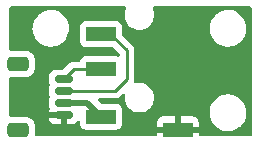
<source format=gbr>
%TF.GenerationSoftware,KiCad,Pcbnew,(6.0.5-0)*%
%TF.CreationDate,2022-07-05T23:04:03-07:00*%
%TF.ProjectId,trrs,74727273-2e6b-4696-9361-645f70636258,rev?*%
%TF.SameCoordinates,Original*%
%TF.FileFunction,Copper,L2,Bot*%
%TF.FilePolarity,Positive*%
%FSLAX46Y46*%
G04 Gerber Fmt 4.6, Leading zero omitted, Abs format (unit mm)*
G04 Created by KiCad (PCBNEW (6.0.5-0)) date 2022-07-05 23:04:03*
%MOMM*%
%LPD*%
G01*
G04 APERTURE LIST*
G04 Aperture macros list*
%AMRoundRect*
0 Rectangle with rounded corners*
0 $1 Rounding radius*
0 $2 $3 $4 $5 $6 $7 $8 $9 X,Y pos of 4 corners*
0 Add a 4 corners polygon primitive as box body*
4,1,4,$2,$3,$4,$5,$6,$7,$8,$9,$2,$3,0*
0 Add four circle primitives for the rounded corners*
1,1,$1+$1,$2,$3*
1,1,$1+$1,$4,$5*
1,1,$1+$1,$6,$7*
1,1,$1+$1,$8,$9*
0 Add four rect primitives between the rounded corners*
20,1,$1+$1,$2,$3,$4,$5,0*
20,1,$1+$1,$4,$5,$6,$7,0*
20,1,$1+$1,$6,$7,$8,$9,0*
20,1,$1+$1,$8,$9,$2,$3,0*%
G04 Aperture macros list end*
%TA.AperFunction,SMDPad,CuDef*%
%ADD10R,2.500000X1.200000*%
%TD*%
%TA.AperFunction,SMDPad,CuDef*%
%ADD11RoundRect,0.150000X0.625000X-0.150000X0.625000X0.150000X-0.625000X0.150000X-0.625000X-0.150000X0*%
%TD*%
%TA.AperFunction,SMDPad,CuDef*%
%ADD12RoundRect,0.250000X0.650000X-0.350000X0.650000X0.350000X-0.650000X0.350000X-0.650000X-0.350000X0*%
%TD*%
%TA.AperFunction,ViaPad*%
%ADD13C,0.600000*%
%TD*%
%TA.AperFunction,Conductor*%
%ADD14C,0.250000*%
%TD*%
%TA.AperFunction,Conductor*%
%ADD15C,0.550000*%
%TD*%
G04 APERTURE END LIST*
D10*
%TO.P,J6,R1*%
%TO.N,SCL_B*%
X96750000Y-49825000D03*
%TO.P,J6,R2*%
%TO.N,SDA_B*%
X96750000Y-46825000D03*
%TO.P,J6,S*%
%TO.N,GND2*%
X103250000Y-54925000D03*
%TO.P,J6,T*%
%TO.N,VBUS_TRRS_B*%
X96750000Y-53825000D03*
%TD*%
D11*
%TO.P,J8,1,Pin_1*%
%TO.N,GND2*%
X93607000Y-53670000D03*
%TO.P,J8,2,Pin_2*%
%TO.N,VBUS_TRRS_B*%
X93607000Y-52670000D03*
%TO.P,J8,3,Pin_3*%
%TO.N,SDA_B*%
X93607000Y-51670000D03*
%TO.P,J8,4,Pin_4*%
%TO.N,SCL_B*%
X93607000Y-50670000D03*
D12*
%TO.P,J8,MP*%
%TO.N,N/C*%
X89732000Y-49370000D03*
X89732000Y-54970000D03*
%TD*%
D13*
%TO.N,GND2*%
X89494000Y-46546000D03*
X104133000Y-51962000D03*
X96073000Y-45234000D03*
X99542420Y-47159507D03*
%TD*%
D14*
%TO.N,GND2*%
X103250000Y-54925000D02*
X103250000Y-52845000D01*
X103250000Y-52845000D02*
X104133000Y-51962000D01*
%TO.N,SDA_B*%
X97900000Y-51670000D02*
X98949000Y-50621000D01*
X93607000Y-51670000D02*
X97900000Y-51670000D01*
X98949000Y-50621000D02*
X98949000Y-48232000D01*
X98949000Y-48232000D02*
X97542000Y-46825000D01*
%TO.N,SCL_B*%
X93607000Y-50670000D02*
X94452000Y-49825000D01*
X94452000Y-49825000D02*
X96750000Y-49825000D01*
D15*
%TO.N,VBUS_TRRS_B*%
X93607000Y-52670000D02*
X95595000Y-52670000D01*
X95595000Y-52670000D02*
X96750000Y-53825000D01*
%TD*%
%TA.AperFunction,Conductor*%
%TO.N,GND2*%
G36*
X98827471Y-44520502D02*
G01*
X98873964Y-44574158D01*
X98884068Y-44644432D01*
X98874726Y-44677139D01*
X98810026Y-44824529D01*
X98808718Y-44829977D01*
X98808716Y-44829983D01*
X98774748Y-44971471D01*
X98757915Y-45041585D01*
X98757592Y-45047190D01*
X98748915Y-45197688D01*
X98745066Y-45264438D01*
X98771883Y-45486044D01*
X98837519Y-45699400D01*
X98939901Y-45897759D01*
X98943310Y-45902201D01*
X98943312Y-45902205D01*
X99072380Y-46070410D01*
X99075790Y-46074854D01*
X99240893Y-46225086D01*
X99429990Y-46343707D01*
X99637105Y-46426966D01*
X99642593Y-46428103D01*
X99642598Y-46428104D01*
X99792896Y-46459229D01*
X99855690Y-46472233D01*
X99860303Y-46472499D01*
X99910526Y-46475395D01*
X99910530Y-46475395D01*
X99912349Y-46475500D01*
X100056630Y-46475500D01*
X100059417Y-46475251D01*
X100059423Y-46475251D01*
X100128997Y-46469041D01*
X100222339Y-46460711D01*
X100227753Y-46459230D01*
X100227758Y-46459229D01*
X100355104Y-46424390D01*
X100428586Y-46404288D01*
X105945404Y-46404288D01*
X105945985Y-46409308D01*
X105945985Y-46409312D01*
X105953631Y-46475395D01*
X105974081Y-46652140D01*
X106042017Y-46892219D01*
X106147462Y-47118348D01*
X106287706Y-47324710D01*
X106459138Y-47505994D01*
X106657349Y-47657538D01*
X106877239Y-47775443D01*
X107113152Y-47856674D01*
X107241099Y-47878774D01*
X107355107Y-47898467D01*
X107355113Y-47898468D01*
X107359017Y-47899142D01*
X107362978Y-47899322D01*
X107362979Y-47899322D01*
X107387503Y-47900436D01*
X107387522Y-47900436D01*
X107388922Y-47900500D01*
X107562691Y-47900500D01*
X107565199Y-47900298D01*
X107565204Y-47900298D01*
X107743661Y-47885940D01*
X107743666Y-47885939D01*
X107748702Y-47885534D01*
X107753610Y-47884329D01*
X107753613Y-47884328D01*
X107986092Y-47827225D01*
X107991006Y-47826018D01*
X107995658Y-47824043D01*
X107995662Y-47824042D01*
X108216022Y-47730505D01*
X108216023Y-47730505D01*
X108220677Y-47728529D01*
X108431808Y-47595573D01*
X108502125Y-47533580D01*
X108615168Y-47433920D01*
X108615171Y-47433917D01*
X108618965Y-47430572D01*
X108777334Y-47237770D01*
X108902840Y-47022128D01*
X108992255Y-46789195D01*
X109043278Y-46544961D01*
X109046444Y-46475251D01*
X109049895Y-46399234D01*
X109054596Y-46295712D01*
X109046770Y-46228068D01*
X109026501Y-46052890D01*
X109025919Y-46047860D01*
X108957983Y-45807781D01*
X108895366Y-45673498D01*
X108854675Y-45586234D01*
X108854673Y-45586230D01*
X108852538Y-45581652D01*
X108712294Y-45375290D01*
X108540862Y-45194006D01*
X108342651Y-45042462D01*
X108122761Y-44924557D01*
X107886848Y-44843326D01*
X107748319Y-44819398D01*
X107644893Y-44801533D01*
X107644887Y-44801532D01*
X107640983Y-44800858D01*
X107637022Y-44800678D01*
X107637021Y-44800678D01*
X107612497Y-44799564D01*
X107612478Y-44799564D01*
X107611078Y-44799500D01*
X107437309Y-44799500D01*
X107434801Y-44799702D01*
X107434796Y-44799702D01*
X107256339Y-44814060D01*
X107256334Y-44814061D01*
X107251298Y-44814466D01*
X107246390Y-44815671D01*
X107246387Y-44815672D01*
X107016392Y-44872165D01*
X107008994Y-44873982D01*
X107004342Y-44875957D01*
X107004338Y-44875958D01*
X106809659Y-44958594D01*
X106779323Y-44971471D01*
X106568192Y-45104427D01*
X106564398Y-45107772D01*
X106384832Y-45266080D01*
X106384829Y-45266083D01*
X106381035Y-45269428D01*
X106222666Y-45462230D01*
X106097160Y-45677872D01*
X106095347Y-45682595D01*
X106095346Y-45682597D01*
X106058600Y-45778324D01*
X106007745Y-45910805D01*
X106006712Y-45915751D01*
X106006710Y-45915757D01*
X105980131Y-46042986D01*
X105956722Y-46155039D01*
X105956493Y-46160088D01*
X105956492Y-46160094D01*
X105953541Y-46225086D01*
X105945404Y-46404288D01*
X100428586Y-46404288D01*
X100437651Y-46401808D01*
X100442709Y-46399396D01*
X100442713Y-46399394D01*
X100559462Y-46343707D01*
X100639129Y-46305708D01*
X100820405Y-46175448D01*
X100922194Y-46070410D01*
X100971846Y-46019174D01*
X100971848Y-46019171D01*
X100975749Y-46015146D01*
X101100250Y-45829868D01*
X101121494Y-45781474D01*
X101146503Y-45724500D01*
X101189974Y-45625471D01*
X101191282Y-45620023D01*
X101191284Y-45620017D01*
X101240775Y-45413872D01*
X101240775Y-45413871D01*
X101242085Y-45408415D01*
X101254934Y-45185562D01*
X101228117Y-44963956D01*
X101162481Y-44750600D01*
X101128254Y-44684288D01*
X101114785Y-44614584D01*
X101141139Y-44548660D01*
X101198952Y-44507450D01*
X101240220Y-44500500D01*
X109373500Y-44500500D01*
X109441621Y-44520502D01*
X109488114Y-44574158D01*
X109499500Y-44626500D01*
X109499500Y-55373500D01*
X109479498Y-55441621D01*
X109425842Y-55488114D01*
X109373500Y-55499500D01*
X105134000Y-55499500D01*
X105065879Y-55479498D01*
X105019386Y-55425842D01*
X105008000Y-55373500D01*
X105008000Y-55197115D01*
X105003525Y-55181876D01*
X105002135Y-55180671D01*
X104994452Y-55179000D01*
X101510116Y-55179000D01*
X101494877Y-55183475D01*
X101493672Y-55184865D01*
X101492001Y-55192548D01*
X101492001Y-55373500D01*
X101471999Y-55441621D01*
X101418343Y-55488114D01*
X101366001Y-55499500D01*
X91258314Y-55499500D01*
X91190193Y-55479498D01*
X91143700Y-55425842D01*
X91133015Y-55369866D01*
X91132500Y-55369866D01*
X91132500Y-54570134D01*
X91129475Y-54540981D01*
X91122353Y-54472339D01*
X91122352Y-54472335D01*
X91121641Y-54465481D01*
X91094257Y-54383399D01*
X91068574Y-54306419D01*
X91066256Y-54299471D01*
X90974166Y-54150655D01*
X90850311Y-54027016D01*
X90702445Y-53935871D01*
X92330456Y-53935871D01*
X92371107Y-54075790D01*
X92377352Y-54090221D01*
X92453911Y-54219678D01*
X92463551Y-54232104D01*
X92569896Y-54338449D01*
X92582322Y-54348089D01*
X92711779Y-54424648D01*
X92726210Y-54430893D01*
X92872065Y-54473269D01*
X92884667Y-54475570D01*
X92913084Y-54477807D01*
X92918014Y-54478000D01*
X93334885Y-54478000D01*
X93350124Y-54473525D01*
X93351329Y-54472135D01*
X93353000Y-54464452D01*
X93353000Y-53942115D01*
X93348525Y-53926876D01*
X93347135Y-53925671D01*
X93339452Y-53924000D01*
X92345122Y-53924000D01*
X92331591Y-53927973D01*
X92330456Y-53935871D01*
X90702445Y-53935871D01*
X90701334Y-53935186D01*
X90667610Y-53924000D01*
X90541759Y-53882256D01*
X90541757Y-53882255D01*
X90535228Y-53880090D01*
X90431866Y-53869500D01*
X89126500Y-53869500D01*
X89058379Y-53849498D01*
X89011886Y-53795842D01*
X89000500Y-53743500D01*
X89000500Y-52885694D01*
X92331500Y-52885694D01*
X92331692Y-52888140D01*
X92331693Y-52888153D01*
X92332057Y-52892774D01*
X92334402Y-52922569D01*
X92336199Y-52928754D01*
X92374564Y-53060805D01*
X92380256Y-53080398D01*
X92384291Y-53087221D01*
X92384292Y-53087223D01*
X92390959Y-53098497D01*
X92408417Y-53167314D01*
X92390958Y-53226773D01*
X92377350Y-53249784D01*
X92371108Y-53264207D01*
X92332061Y-53398605D01*
X92332101Y-53412706D01*
X92339370Y-53416000D01*
X92684737Y-53416000D01*
X92721083Y-53423529D01*
X92721602Y-53421744D01*
X92879431Y-53467598D01*
X92892584Y-53468633D01*
X92913847Y-53470307D01*
X92913860Y-53470308D01*
X92916306Y-53470500D01*
X93735000Y-53470500D01*
X93803121Y-53490502D01*
X93849614Y-53544158D01*
X93861000Y-53596500D01*
X93861000Y-54459884D01*
X93865475Y-54475123D01*
X93866865Y-54476328D01*
X93874548Y-54477999D01*
X94295984Y-54477999D01*
X94300920Y-54477805D01*
X94329336Y-54475570D01*
X94341931Y-54473270D01*
X94487790Y-54430893D01*
X94502221Y-54424648D01*
X94631678Y-54348089D01*
X94644104Y-54338449D01*
X94750449Y-54232104D01*
X94760093Y-54219672D01*
X94765049Y-54211292D01*
X94816942Y-54162840D01*
X94886793Y-54150136D01*
X94952424Y-54177213D01*
X94992997Y-54235474D01*
X94999501Y-54275432D01*
X94999501Y-54472376D01*
X94999870Y-54475770D01*
X94999870Y-54475776D01*
X95000155Y-54478394D01*
X95006149Y-54533580D01*
X95056474Y-54667824D01*
X95061854Y-54675003D01*
X95061856Y-54675006D01*
X95137072Y-54775365D01*
X95142454Y-54782546D01*
X95149635Y-54787928D01*
X95249994Y-54863144D01*
X95249997Y-54863146D01*
X95257176Y-54868526D01*
X95346561Y-54902034D01*
X95384025Y-54916079D01*
X95384027Y-54916079D01*
X95391420Y-54918851D01*
X95399270Y-54919704D01*
X95399271Y-54919704D01*
X95430080Y-54923051D01*
X95452623Y-54925500D01*
X96749810Y-54925500D01*
X98047376Y-54925499D01*
X98050770Y-54925130D01*
X98050776Y-54925130D01*
X98100722Y-54919705D01*
X98100726Y-54919704D01*
X98108580Y-54918851D01*
X98242824Y-54868526D01*
X98250003Y-54863146D01*
X98250006Y-54863144D01*
X98350365Y-54787928D01*
X98357546Y-54782546D01*
X98362928Y-54775365D01*
X98438144Y-54675006D01*
X98438146Y-54675003D01*
X98443526Y-54667824D01*
X98449126Y-54652885D01*
X101492000Y-54652885D01*
X101496475Y-54668124D01*
X101497865Y-54669329D01*
X101505548Y-54671000D01*
X102977885Y-54671000D01*
X102993124Y-54666525D01*
X102994329Y-54665135D01*
X102996000Y-54657452D01*
X102996000Y-54652885D01*
X103504000Y-54652885D01*
X103508475Y-54668124D01*
X103509865Y-54669329D01*
X103517548Y-54671000D01*
X104989884Y-54671000D01*
X105005123Y-54666525D01*
X105006328Y-54665135D01*
X105007999Y-54657452D01*
X105007999Y-54280331D01*
X105007629Y-54273510D01*
X105002105Y-54222648D01*
X104998479Y-54207396D01*
X104953324Y-54086946D01*
X104944786Y-54071351D01*
X104868285Y-53969276D01*
X104855724Y-53956715D01*
X104753649Y-53880214D01*
X104738054Y-53871676D01*
X104617606Y-53826522D01*
X104602351Y-53822895D01*
X104551486Y-53817369D01*
X104544672Y-53817000D01*
X103522115Y-53817000D01*
X103506876Y-53821475D01*
X103505671Y-53822865D01*
X103504000Y-53830548D01*
X103504000Y-54652885D01*
X102996000Y-54652885D01*
X102996000Y-53835116D01*
X102991525Y-53819877D01*
X102990135Y-53818672D01*
X102982452Y-53817001D01*
X101955331Y-53817001D01*
X101948510Y-53817371D01*
X101897648Y-53822895D01*
X101882396Y-53826521D01*
X101761946Y-53871676D01*
X101746351Y-53880214D01*
X101644276Y-53956715D01*
X101631715Y-53969276D01*
X101555214Y-54071351D01*
X101546676Y-54086946D01*
X101501522Y-54207394D01*
X101497895Y-54222649D01*
X101492369Y-54273514D01*
X101492000Y-54280328D01*
X101492000Y-54652885D01*
X98449126Y-54652885D01*
X98493851Y-54533580D01*
X98500500Y-54472377D01*
X98500499Y-53554288D01*
X105945404Y-53554288D01*
X105974081Y-53802140D01*
X105975460Y-53807011D01*
X105975460Y-53807014D01*
X105979954Y-53822895D01*
X106042017Y-54042219D01*
X106064401Y-54090221D01*
X106132133Y-54235474D01*
X106147462Y-54268348D01*
X106287706Y-54474710D01*
X106459138Y-54655994D01*
X106463164Y-54659072D01*
X106463165Y-54659073D01*
X106624661Y-54782546D01*
X106657349Y-54807538D01*
X106877239Y-54925443D01*
X107113152Y-55006674D01*
X107241099Y-55028774D01*
X107355107Y-55048467D01*
X107355113Y-55048468D01*
X107359017Y-55049142D01*
X107362978Y-55049322D01*
X107362979Y-55049322D01*
X107387503Y-55050436D01*
X107387522Y-55050436D01*
X107388922Y-55050500D01*
X107562691Y-55050500D01*
X107565199Y-55050298D01*
X107565204Y-55050298D01*
X107743661Y-55035940D01*
X107743666Y-55035939D01*
X107748702Y-55035534D01*
X107753610Y-55034329D01*
X107753613Y-55034328D01*
X107986092Y-54977225D01*
X107991006Y-54976018D01*
X107995658Y-54974043D01*
X107995662Y-54974042D01*
X108216022Y-54880505D01*
X108216023Y-54880505D01*
X108220677Y-54878529D01*
X108431808Y-54745573D01*
X108519997Y-54667824D01*
X108615168Y-54583920D01*
X108615171Y-54583917D01*
X108618965Y-54580572D01*
X108630209Y-54566884D01*
X108703377Y-54477807D01*
X108777334Y-54387770D01*
X108902840Y-54172128D01*
X108906406Y-54162840D01*
X108990443Y-53943915D01*
X108992255Y-53939195D01*
X108993575Y-53932881D01*
X109042243Y-53699915D01*
X109043278Y-53694961D01*
X109054596Y-53445712D01*
X109052030Y-53423529D01*
X109026501Y-53202890D01*
X109025919Y-53197860D01*
X108957983Y-52957781D01*
X108875770Y-52781474D01*
X108854675Y-52736234D01*
X108854673Y-52736230D01*
X108852538Y-52731652D01*
X108847678Y-52724500D01*
X108715142Y-52529481D01*
X108712294Y-52525290D01*
X108596470Y-52402810D01*
X108544344Y-52347688D01*
X108544343Y-52347687D01*
X108540862Y-52344006D01*
X108479936Y-52297424D01*
X108346677Y-52195540D01*
X108346676Y-52195539D01*
X108342651Y-52192462D01*
X108122761Y-52074557D01*
X107886848Y-51993326D01*
X107758901Y-51971226D01*
X107644893Y-51951533D01*
X107644887Y-51951532D01*
X107640983Y-51950858D01*
X107637022Y-51950678D01*
X107637021Y-51950678D01*
X107612497Y-51949564D01*
X107612478Y-51949564D01*
X107611078Y-51949500D01*
X107437309Y-51949500D01*
X107434801Y-51949702D01*
X107434796Y-51949702D01*
X107256339Y-51964060D01*
X107256334Y-51964061D01*
X107251298Y-51964466D01*
X107246390Y-51965671D01*
X107246387Y-51965672D01*
X107016546Y-52022127D01*
X107008994Y-52023982D01*
X107004342Y-52025957D01*
X107004338Y-52025958D01*
X106816100Y-52105860D01*
X106779323Y-52121471D01*
X106568192Y-52254427D01*
X106564398Y-52257772D01*
X106384832Y-52416080D01*
X106384829Y-52416083D01*
X106381035Y-52419428D01*
X106222666Y-52612230D01*
X106097160Y-52827872D01*
X106095347Y-52832595D01*
X106095346Y-52832597D01*
X106084032Y-52862072D01*
X106007745Y-53060805D01*
X106006712Y-53065751D01*
X106006710Y-53065757D01*
X105972802Y-53228068D01*
X105956722Y-53305039D01*
X105956493Y-53310088D01*
X105956492Y-53310094D01*
X105954966Y-53343707D01*
X105945404Y-53554288D01*
X98500499Y-53554288D01*
X98500499Y-53177624D01*
X98493851Y-53116420D01*
X98443526Y-52982176D01*
X98438146Y-52974997D01*
X98438144Y-52974994D01*
X98362928Y-52874635D01*
X98357546Y-52867454D01*
X98311037Y-52832597D01*
X98250006Y-52786856D01*
X98250003Y-52786854D01*
X98242824Y-52781474D01*
X98153439Y-52747966D01*
X98115975Y-52733921D01*
X98115973Y-52733921D01*
X98108580Y-52731149D01*
X98100730Y-52730296D01*
X98100729Y-52730296D01*
X98050774Y-52724869D01*
X98050773Y-52724869D01*
X98047377Y-52724500D01*
X97967422Y-52724500D01*
X96798413Y-52724501D01*
X96730292Y-52704499D01*
X96709318Y-52687596D01*
X96532317Y-52510595D01*
X96498291Y-52448283D01*
X96503356Y-52377468D01*
X96545903Y-52320632D01*
X96612423Y-52295821D01*
X96621412Y-52295500D01*
X97822297Y-52295500D01*
X97833257Y-52296017D01*
X97840667Y-52297673D01*
X97848593Y-52297424D01*
X97848594Y-52297424D01*
X97907841Y-52295562D01*
X97911799Y-52295500D01*
X97939350Y-52295500D01*
X97943273Y-52295004D01*
X97943388Y-52294997D01*
X97955068Y-52294077D01*
X97998627Y-52292709D01*
X98017716Y-52287163D01*
X98037062Y-52283156D01*
X98056792Y-52280664D01*
X98097323Y-52264616D01*
X98108524Y-52260781D01*
X98150390Y-52248618D01*
X98167499Y-52238500D01*
X98185245Y-52229805D01*
X98203732Y-52222486D01*
X98238991Y-52196869D01*
X98248910Y-52190354D01*
X98279590Y-52172210D01*
X98279594Y-52172207D01*
X98286420Y-52168170D01*
X98300470Y-52154120D01*
X98315504Y-52141279D01*
X98325173Y-52134254D01*
X98331587Y-52129594D01*
X98359365Y-52096016D01*
X98367355Y-52087236D01*
X98550972Y-51903619D01*
X98613284Y-51869593D01*
X98684099Y-51874658D01*
X98740935Y-51917205D01*
X98765746Y-51983725D01*
X98762586Y-52022127D01*
X98760041Y-52032729D01*
X98757915Y-52041585D01*
X98757592Y-52047190D01*
X98745799Y-52251731D01*
X98745066Y-52264438D01*
X98771883Y-52486044D01*
X98837519Y-52699400D01*
X98939901Y-52897759D01*
X98943310Y-52902201D01*
X98943312Y-52902205D01*
X99029975Y-53015146D01*
X99075790Y-53074854D01*
X99240893Y-53225086D01*
X99429990Y-53343707D01*
X99566554Y-53398605D01*
X99624115Y-53421744D01*
X99637105Y-53426966D01*
X99642593Y-53428103D01*
X99642598Y-53428104D01*
X99752030Y-53450766D01*
X99855690Y-53472233D01*
X99860303Y-53472499D01*
X99910526Y-53475395D01*
X99910530Y-53475395D01*
X99912349Y-53475500D01*
X100056630Y-53475500D01*
X100059417Y-53475251D01*
X100059423Y-53475251D01*
X100128997Y-53469041D01*
X100222339Y-53460711D01*
X100227753Y-53459230D01*
X100227758Y-53459229D01*
X100358253Y-53423529D01*
X100437651Y-53401808D01*
X100442709Y-53399396D01*
X100442713Y-53399394D01*
X100559462Y-53343707D01*
X100639129Y-53305708D01*
X100820405Y-53175448D01*
X100922194Y-53070410D01*
X100971846Y-53019174D01*
X100971848Y-53019171D01*
X100975749Y-53015146D01*
X101100250Y-52829868D01*
X101121494Y-52781474D01*
X101155283Y-52704499D01*
X101189974Y-52625471D01*
X101191282Y-52620023D01*
X101191284Y-52620017D01*
X101240775Y-52413872D01*
X101240775Y-52413871D01*
X101242085Y-52408415D01*
X101249076Y-52287164D01*
X101254611Y-52191169D01*
X101254611Y-52191166D01*
X101254934Y-52185562D01*
X101228117Y-51963956D01*
X101162481Y-51750600D01*
X101060099Y-51552241D01*
X101056690Y-51547799D01*
X101056688Y-51547795D01*
X100927620Y-51379590D01*
X100924210Y-51375146D01*
X100759107Y-51224914D01*
X100570010Y-51106293D01*
X100393833Y-51035471D01*
X100368097Y-51025125D01*
X100368095Y-51025124D01*
X100362895Y-51023034D01*
X100357407Y-51021897D01*
X100357402Y-51021896D01*
X100192845Y-50987818D01*
X100144310Y-50977767D01*
X100139697Y-50977501D01*
X100089474Y-50974605D01*
X100089470Y-50974605D01*
X100087651Y-50974500D01*
X99943370Y-50974500D01*
X99940583Y-50974749D01*
X99940577Y-50974749D01*
X99871003Y-50980959D01*
X99777661Y-50989289D01*
X99687300Y-51014009D01*
X99616316Y-51012691D01*
X99557312Y-50973206D01*
X99529023Y-50908088D01*
X99535984Y-50853294D01*
X99535197Y-50853092D01*
X99540141Y-50833836D01*
X99546540Y-50815147D01*
X99554438Y-50796896D01*
X99561257Y-50753841D01*
X99563660Y-50742237D01*
X99574500Y-50700019D01*
X99574500Y-50680144D01*
X99576051Y-50660434D01*
X99577920Y-50648633D01*
X99579160Y-50640804D01*
X99575059Y-50597420D01*
X99574500Y-50585563D01*
X99574500Y-48309698D01*
X99575017Y-48298737D01*
X99576672Y-48291332D01*
X99574562Y-48224176D01*
X99574500Y-48220219D01*
X99574500Y-48192650D01*
X99574003Y-48188715D01*
X99573996Y-48188605D01*
X99573078Y-48176934D01*
X99571958Y-48141296D01*
X99571709Y-48133372D01*
X99569497Y-48125759D01*
X99569496Y-48125752D01*
X99566164Y-48114282D01*
X99562155Y-48094926D01*
X99560657Y-48083071D01*
X99559664Y-48075208D01*
X99556747Y-48067842D01*
X99556746Y-48067836D01*
X99543619Y-48034683D01*
X99539773Y-48023450D01*
X99529829Y-47989220D01*
X99529826Y-47989213D01*
X99527617Y-47981610D01*
X99523586Y-47974794D01*
X99523585Y-47974791D01*
X99517501Y-47964504D01*
X99508805Y-47946752D01*
X99504406Y-47935643D01*
X99501486Y-47928268D01*
X99496825Y-47921853D01*
X99496823Y-47921849D01*
X99475873Y-47893013D01*
X99469357Y-47883094D01*
X99451206Y-47852402D01*
X99451202Y-47852397D01*
X99447170Y-47845579D01*
X99433117Y-47831526D01*
X99420276Y-47816492D01*
X99413254Y-47806827D01*
X99408594Y-47800413D01*
X99375016Y-47772635D01*
X99366236Y-47764645D01*
X98537405Y-46935814D01*
X98503379Y-46873502D01*
X98500500Y-46846719D01*
X98500499Y-46181042D01*
X98500499Y-46177624D01*
X98493851Y-46116420D01*
X98443526Y-45982176D01*
X98438146Y-45974997D01*
X98438144Y-45974994D01*
X98362928Y-45874635D01*
X98357546Y-45867454D01*
X98313615Y-45834529D01*
X98250006Y-45786856D01*
X98250003Y-45786854D01*
X98242824Y-45781474D01*
X98153439Y-45747966D01*
X98115975Y-45733921D01*
X98115973Y-45733921D01*
X98108580Y-45731149D01*
X98100730Y-45730296D01*
X98100729Y-45730296D01*
X98050774Y-45724869D01*
X98050773Y-45724869D01*
X98047377Y-45724500D01*
X96750190Y-45724500D01*
X95452624Y-45724501D01*
X95449230Y-45724870D01*
X95449224Y-45724870D01*
X95399278Y-45730295D01*
X95399274Y-45730296D01*
X95391420Y-45731149D01*
X95257176Y-45781474D01*
X95249997Y-45786854D01*
X95249994Y-45786856D01*
X95186385Y-45834529D01*
X95142454Y-45867454D01*
X95137072Y-45874635D01*
X95061856Y-45974994D01*
X95061854Y-45974997D01*
X95056474Y-45982176D01*
X95006149Y-46116420D01*
X94999500Y-46177623D01*
X94999501Y-47472376D01*
X94999870Y-47475770D01*
X94999870Y-47475776D01*
X95003153Y-47505994D01*
X95006149Y-47533580D01*
X95056474Y-47667824D01*
X95061854Y-47675003D01*
X95061856Y-47675006D01*
X95099948Y-47725831D01*
X95142454Y-47782546D01*
X95149635Y-47787928D01*
X95249994Y-47863144D01*
X95249997Y-47863146D01*
X95257176Y-47868526D01*
X95339326Y-47899322D01*
X95384025Y-47916079D01*
X95384027Y-47916079D01*
X95391420Y-47918851D01*
X95399270Y-47919704D01*
X95399271Y-47919704D01*
X95419016Y-47921849D01*
X95452623Y-47925500D01*
X95594278Y-47925500D01*
X97705718Y-47925499D01*
X97773839Y-47945501D01*
X97794814Y-47962404D01*
X98286596Y-48454187D01*
X98320621Y-48516499D01*
X98323500Y-48543282D01*
X98323500Y-48629921D01*
X98303498Y-48698042D01*
X98249842Y-48744535D01*
X98179568Y-48754639D01*
X98153276Y-48747905D01*
X98120060Y-48735453D01*
X98115972Y-48733920D01*
X98115971Y-48733920D01*
X98108580Y-48731149D01*
X98100730Y-48730296D01*
X98100729Y-48730296D01*
X98050774Y-48724869D01*
X98050773Y-48724869D01*
X98047377Y-48724500D01*
X96750190Y-48724500D01*
X95452624Y-48724501D01*
X95449230Y-48724870D01*
X95449224Y-48724870D01*
X95399278Y-48730295D01*
X95399274Y-48730296D01*
X95391420Y-48731149D01*
X95257176Y-48781474D01*
X95249997Y-48786854D01*
X95249994Y-48786856D01*
X95153810Y-48858943D01*
X95142454Y-48867454D01*
X95137072Y-48874635D01*
X95061856Y-48974994D01*
X95061854Y-48974997D01*
X95056474Y-48982176D01*
X95006149Y-49116420D01*
X95003198Y-49115314D01*
X94975237Y-49164277D01*
X94912288Y-49197109D01*
X94887856Y-49199500D01*
X94529698Y-49199500D01*
X94518737Y-49198983D01*
X94511332Y-49197328D01*
X94449473Y-49199272D01*
X94444176Y-49199438D01*
X94440219Y-49199500D01*
X94412650Y-49199500D01*
X94408715Y-49199997D01*
X94408605Y-49200004D01*
X94396934Y-49200922D01*
X94361296Y-49202042D01*
X94353372Y-49202291D01*
X94345759Y-49204503D01*
X94345752Y-49204504D01*
X94334282Y-49207836D01*
X94314926Y-49211845D01*
X94312866Y-49212105D01*
X94295208Y-49214336D01*
X94287842Y-49217253D01*
X94287836Y-49217254D01*
X94254683Y-49230381D01*
X94243450Y-49234227D01*
X94209220Y-49244171D01*
X94209213Y-49244174D01*
X94201610Y-49246383D01*
X94194794Y-49250414D01*
X94194791Y-49250415D01*
X94184504Y-49256499D01*
X94166752Y-49265195D01*
X94159335Y-49268132D01*
X94148268Y-49272514D01*
X94141853Y-49277175D01*
X94141849Y-49277177D01*
X94113013Y-49298127D01*
X94103094Y-49304643D01*
X94072402Y-49322794D01*
X94072397Y-49322798D01*
X94065579Y-49326830D01*
X94051526Y-49340883D01*
X94036493Y-49353723D01*
X94020413Y-49365406D01*
X94015360Y-49371514D01*
X93992635Y-49398984D01*
X93984645Y-49407764D01*
X93559814Y-49832595D01*
X93497502Y-49866621D01*
X93470719Y-49869500D01*
X92916306Y-49869500D01*
X92913860Y-49869692D01*
X92913847Y-49869693D01*
X92892584Y-49871367D01*
X92879431Y-49872402D01*
X92873245Y-49874199D01*
X92873246Y-49874199D01*
X92729215Y-49916044D01*
X92729214Y-49916045D01*
X92721602Y-49918256D01*
X92580135Y-50001919D01*
X92463919Y-50118135D01*
X92380256Y-50259602D01*
X92378045Y-50267214D01*
X92378044Y-50267215D01*
X92363865Y-50316020D01*
X92334402Y-50417431D01*
X92333897Y-50423850D01*
X92331693Y-50451847D01*
X92331692Y-50451860D01*
X92331500Y-50454306D01*
X92331500Y-50885694D01*
X92331692Y-50888140D01*
X92331693Y-50888153D01*
X92332349Y-50896486D01*
X92334402Y-50922569D01*
X92336199Y-50928754D01*
X92369827Y-51044500D01*
X92380256Y-51080398D01*
X92384291Y-51087221D01*
X92384292Y-51087223D01*
X92395314Y-51105860D01*
X92412774Y-51174676D01*
X92395314Y-51234140D01*
X92380256Y-51259602D01*
X92334402Y-51417431D01*
X92333897Y-51423850D01*
X92331693Y-51451847D01*
X92331692Y-51451860D01*
X92331500Y-51454306D01*
X92331500Y-51885694D01*
X92331692Y-51888140D01*
X92331693Y-51888153D01*
X92332911Y-51903619D01*
X92334402Y-51922569D01*
X92342621Y-51950858D01*
X92364440Y-52025958D01*
X92380256Y-52080398D01*
X92384291Y-52087221D01*
X92384292Y-52087223D01*
X92395314Y-52105860D01*
X92412774Y-52174676D01*
X92395314Y-52234140D01*
X92389138Y-52244584D01*
X92380256Y-52259602D01*
X92378045Y-52267214D01*
X92378044Y-52267215D01*
X92369195Y-52297673D01*
X92334402Y-52417431D01*
X92333897Y-52423850D01*
X92331693Y-52451847D01*
X92331692Y-52451860D01*
X92331500Y-52454306D01*
X92331500Y-52885694D01*
X89000500Y-52885694D01*
X89000500Y-50596500D01*
X89020502Y-50528379D01*
X89074158Y-50481886D01*
X89126500Y-50470500D01*
X90431866Y-50470500D01*
X90435112Y-50470163D01*
X90435116Y-50470163D01*
X90529661Y-50460353D01*
X90529665Y-50460352D01*
X90536519Y-50459641D01*
X90543055Y-50457460D01*
X90543057Y-50457460D01*
X90695581Y-50406574D01*
X90702529Y-50404256D01*
X90851345Y-50312166D01*
X90974984Y-50188311D01*
X91066814Y-50039334D01*
X91106975Y-49918256D01*
X91119744Y-49879759D01*
X91119745Y-49879757D01*
X91121910Y-49873228D01*
X91132500Y-49769866D01*
X91132500Y-48970134D01*
X91121641Y-48865481D01*
X91113787Y-48841938D01*
X91068574Y-48706419D01*
X91066256Y-48699471D01*
X90974166Y-48550655D01*
X90850311Y-48427016D01*
X90701334Y-48335186D01*
X90624492Y-48309698D01*
X90541759Y-48282256D01*
X90541757Y-48282255D01*
X90535228Y-48280090D01*
X90431866Y-48269500D01*
X89126500Y-48269500D01*
X89058379Y-48249498D01*
X89011886Y-48195842D01*
X89000500Y-48143500D01*
X89000500Y-46404288D01*
X90945404Y-46404288D01*
X90945985Y-46409308D01*
X90945985Y-46409312D01*
X90953631Y-46475395D01*
X90974081Y-46652140D01*
X91042017Y-46892219D01*
X91147462Y-47118348D01*
X91287706Y-47324710D01*
X91459138Y-47505994D01*
X91657349Y-47657538D01*
X91877239Y-47775443D01*
X92113152Y-47856674D01*
X92241099Y-47878774D01*
X92355107Y-47898467D01*
X92355113Y-47898468D01*
X92359017Y-47899142D01*
X92362978Y-47899322D01*
X92362979Y-47899322D01*
X92387503Y-47900436D01*
X92387522Y-47900436D01*
X92388922Y-47900500D01*
X92562691Y-47900500D01*
X92565199Y-47900298D01*
X92565204Y-47900298D01*
X92743661Y-47885940D01*
X92743666Y-47885939D01*
X92748702Y-47885534D01*
X92753610Y-47884329D01*
X92753613Y-47884328D01*
X92986092Y-47827225D01*
X92991006Y-47826018D01*
X92995658Y-47824043D01*
X92995662Y-47824042D01*
X93216022Y-47730505D01*
X93216023Y-47730505D01*
X93220677Y-47728529D01*
X93431808Y-47595573D01*
X93502125Y-47533580D01*
X93615168Y-47433920D01*
X93615171Y-47433917D01*
X93618965Y-47430572D01*
X93777334Y-47237770D01*
X93902840Y-47022128D01*
X93992255Y-46789195D01*
X94043278Y-46544961D01*
X94046444Y-46475251D01*
X94049895Y-46399234D01*
X94054596Y-46295712D01*
X94046770Y-46228068D01*
X94026501Y-46052890D01*
X94025919Y-46047860D01*
X93957983Y-45807781D01*
X93895366Y-45673498D01*
X93854675Y-45586234D01*
X93854673Y-45586230D01*
X93852538Y-45581652D01*
X93712294Y-45375290D01*
X93540862Y-45194006D01*
X93342651Y-45042462D01*
X93122761Y-44924557D01*
X92886848Y-44843326D01*
X92748319Y-44819398D01*
X92644893Y-44801533D01*
X92644887Y-44801532D01*
X92640983Y-44800858D01*
X92637022Y-44800678D01*
X92637021Y-44800678D01*
X92612497Y-44799564D01*
X92612478Y-44799564D01*
X92611078Y-44799500D01*
X92437309Y-44799500D01*
X92434801Y-44799702D01*
X92434796Y-44799702D01*
X92256339Y-44814060D01*
X92256334Y-44814061D01*
X92251298Y-44814466D01*
X92246390Y-44815671D01*
X92246387Y-44815672D01*
X92016392Y-44872165D01*
X92008994Y-44873982D01*
X92004342Y-44875957D01*
X92004338Y-44875958D01*
X91809659Y-44958594D01*
X91779323Y-44971471D01*
X91568192Y-45104427D01*
X91564398Y-45107772D01*
X91384832Y-45266080D01*
X91384829Y-45266083D01*
X91381035Y-45269428D01*
X91222666Y-45462230D01*
X91097160Y-45677872D01*
X91095347Y-45682595D01*
X91095346Y-45682597D01*
X91058600Y-45778324D01*
X91007745Y-45910805D01*
X91006712Y-45915751D01*
X91006710Y-45915757D01*
X90980131Y-46042986D01*
X90956722Y-46155039D01*
X90956493Y-46160088D01*
X90956492Y-46160094D01*
X90953541Y-46225086D01*
X90945404Y-46404288D01*
X89000500Y-46404288D01*
X89000500Y-44626500D01*
X89020502Y-44558379D01*
X89074158Y-44511886D01*
X89126500Y-44500500D01*
X98759350Y-44500500D01*
X98827471Y-44520502D01*
G37*
%TD.AperFunction*%
%TD*%
M02*

</source>
